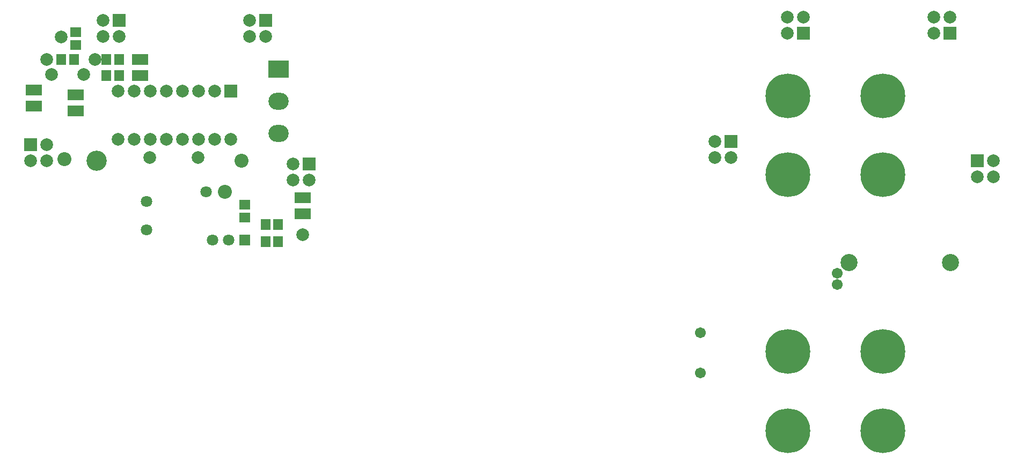
<source format=gts>
%FSLAX25Y25*%
%MOIN*%
G70*
G01*
G75*
G04 Layer_Color=8388736*
%ADD10C,0.03000*%
%ADD11C,0.05000*%
%ADD12R,0.09055X0.05906*%
%ADD13R,0.05906X0.05512*%
%ADD14R,0.05512X0.05906*%
%ADD15R,0.18000X0.19000*%
%ADD16R,0.18000X0.18000*%
%ADD17C,0.09843*%
%ADD18C,0.05906*%
%ADD19C,0.07087*%
%ADD20R,0.07087X0.07087*%
%ADD21C,0.07874*%
%ADD22C,0.06299*%
%ADD23R,0.06299X0.06299*%
%ADD24C,0.06299*%
%ADD25C,0.27000*%
%ADD26O,0.11811X0.09843*%
%ADD27R,0.11811X0.09843*%
%ADD28R,0.07087X0.07087*%
%ADD29C,0.11811*%
%ADD30R,0.05906X0.09055*%
%ADD31O,0.02756X0.09843*%
%ADD32R,0.04803X0.04921*%
%ADD33C,0.06000*%
%ADD34R,0.23000X0.29000*%
%ADD35R,0.50800X0.48500*%
%ADD36R,0.25000X0.07000*%
%ADD37R,0.71440X1.29200*%
%ADD38R,0.94240X1.26700*%
%ADD39R,0.80583X2.30800*%
%ADD40R,0.73443X0.74200*%
%ADD41R,0.26000X0.12800*%
%ADD42R,0.18000X2.24000*%
%ADD43C,0.00787*%
%ADD44C,0.02362*%
%ADD45C,0.00984*%
%ADD46C,0.01000*%
%ADD47C,0.00800*%
%ADD48C,0.00591*%
%ADD49R,1.90000X1.86000*%
%ADD50R,0.15800X0.01900*%
%ADD51R,0.09855X0.06706*%
%ADD52R,0.06706X0.06312*%
%ADD53R,0.06312X0.06706*%
%ADD54C,0.10642*%
%ADD55C,0.06706*%
%ADD56C,0.07887*%
%ADD57R,0.07887X0.07887*%
%ADD58C,0.08674*%
%ADD59C,0.07099*%
%ADD60R,0.07099X0.07099*%
%ADD61C,0.07099*%
%ADD62C,0.27800*%
%ADD63O,0.12611X0.10642*%
%ADD64R,0.12611X0.10642*%
%ADD65R,0.07887X0.07887*%
%ADD66C,0.12611*%
D51*
X2778000Y820066D02*
D03*
Y829934D02*
D03*
X2637000Y894000D02*
D03*
Y884132D02*
D03*
X2611000Y887066D02*
D03*
Y896934D02*
D03*
X2677000Y906066D02*
D03*
Y915934D02*
D03*
D52*
X2741800Y817700D02*
D03*
Y825574D02*
D03*
X2637000Y925126D02*
D03*
Y933000D02*
D03*
D53*
X2754863Y802700D02*
D03*
X2762737D02*
D03*
X2754863Y813200D02*
D03*
X2762737D02*
D03*
X2628000Y916000D02*
D03*
X2635874D02*
D03*
X2656063Y906000D02*
D03*
X2663937D02*
D03*
X2656063Y916000D02*
D03*
X2663937D02*
D03*
D54*
X3180392Y789700D02*
D03*
X3117400Y789700D02*
D03*
D55*
X3025000Y746000D02*
D03*
X3110000Y783000D02*
D03*
X3025000Y721000D02*
D03*
X3110000Y776000D02*
D03*
D56*
X2778000Y807000D02*
D03*
X2772000Y841000D02*
D03*
X2782000D02*
D03*
X2772000Y851000D02*
D03*
X3207000Y843000D02*
D03*
X3197000D02*
D03*
X3207000Y853000D02*
D03*
X2621900Y906700D02*
D03*
X2641900D02*
D03*
X2663300Y866200D02*
D03*
X2673300D02*
D03*
X2683300D02*
D03*
X2693300D02*
D03*
X2703300D02*
D03*
X2713300D02*
D03*
X2723300D02*
D03*
X2733300D02*
D03*
X2663300Y896200D02*
D03*
X2673300D02*
D03*
X2683300D02*
D03*
X2693300D02*
D03*
X2703300D02*
D03*
X2713300D02*
D03*
X2723300D02*
D03*
X3079000Y942332D02*
D03*
X3089000D02*
D03*
X3079000Y932332D02*
D03*
X3034000Y855000D02*
D03*
Y865000D02*
D03*
X3044000Y855000D02*
D03*
X3170000Y942332D02*
D03*
X3180000D02*
D03*
X3170000Y932332D02*
D03*
X2619000Y853000D02*
D03*
Y863000D02*
D03*
X2609000Y853000D02*
D03*
X2654000Y930332D02*
D03*
X2664000D02*
D03*
X2654000Y940332D02*
D03*
X2745000Y930332D02*
D03*
X2755000D02*
D03*
X2745000Y940332D02*
D03*
X2713000Y855000D02*
D03*
X2683000D02*
D03*
X2649000Y916000D02*
D03*
X2619000D02*
D03*
X2628000Y930000D02*
D03*
D57*
X2782000Y851000D02*
D03*
X3197000Y853000D02*
D03*
X2733300Y896200D02*
D03*
X3089000Y932332D02*
D03*
X3180000D02*
D03*
X2664000Y940332D02*
D03*
X2755000D02*
D03*
D58*
X2729611Y833700D02*
D03*
X2630000Y854000D02*
D03*
X2740000Y853000D02*
D03*
D59*
X2717800Y833700D02*
D03*
X2681000Y810000D02*
D03*
Y827717D02*
D03*
D60*
X2741800Y803700D02*
D03*
D61*
X2731800D02*
D03*
X2721800D02*
D03*
D62*
X3079130Y734300D02*
D03*
X3138151D02*
D03*
Y685100D02*
D03*
X3079130D02*
D03*
X3138173Y844200D02*
D03*
X3079151D02*
D03*
Y893400D02*
D03*
X3138173D02*
D03*
D63*
X2763000Y890000D02*
D03*
Y870000D02*
D03*
D64*
Y910000D02*
D03*
D65*
X3044000Y865000D02*
D03*
X2609000Y863000D02*
D03*
D66*
X2650000Y853000D02*
D03*
M02*

</source>
